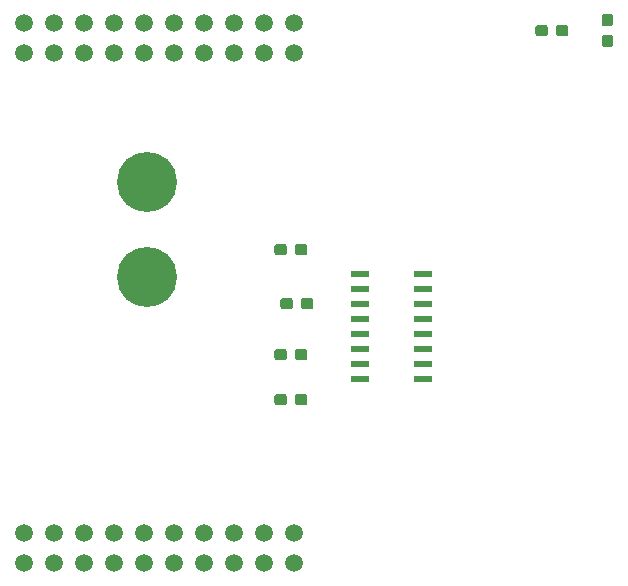
<source format=gbr>
G04 #@! TF.GenerationSoftware,KiCad,Pcbnew,(5.0.0)*
G04 #@! TF.CreationDate,2018-10-03T22:17:31-05:00*
G04 #@! TF.ProjectId,DriveBoard_Hardware,4472697665426F6172645F4861726477,rev?*
G04 #@! TF.SameCoordinates,Original*
G04 #@! TF.FileFunction,Paste,Top*
G04 #@! TF.FilePolarity,Positive*
%FSLAX46Y46*%
G04 Gerber Fmt 4.6, Leading zero omitted, Abs format (unit mm)*
G04 Created by KiCad (PCBNEW (5.0.0)) date 10/03/18 22:17:31*
%MOMM*%
%LPD*%
G01*
G04 APERTURE LIST*
%ADD10C,0.100000*%
%ADD11C,0.950000*%
%ADD12C,5.080000*%
%ADD13C,1.520000*%
%ADD14R,1.500000X0.600000*%
G04 APERTURE END LIST*
D10*
G04 #@! TO.C,C1*
G36*
X95955779Y-90966144D02*
X95978834Y-90969563D01*
X96001443Y-90975227D01*
X96023387Y-90983079D01*
X96044457Y-90993044D01*
X96064448Y-91005026D01*
X96083168Y-91018910D01*
X96100438Y-91034562D01*
X96116090Y-91051832D01*
X96129974Y-91070552D01*
X96141956Y-91090543D01*
X96151921Y-91111613D01*
X96159773Y-91133557D01*
X96165437Y-91156166D01*
X96168856Y-91179221D01*
X96170000Y-91202500D01*
X96170000Y-91677500D01*
X96168856Y-91700779D01*
X96165437Y-91723834D01*
X96159773Y-91746443D01*
X96151921Y-91768387D01*
X96141956Y-91789457D01*
X96129974Y-91809448D01*
X96116090Y-91828168D01*
X96100438Y-91845438D01*
X96083168Y-91861090D01*
X96064448Y-91874974D01*
X96044457Y-91886956D01*
X96023387Y-91896921D01*
X96001443Y-91904773D01*
X95978834Y-91910437D01*
X95955779Y-91913856D01*
X95932500Y-91915000D01*
X95357500Y-91915000D01*
X95334221Y-91913856D01*
X95311166Y-91910437D01*
X95288557Y-91904773D01*
X95266613Y-91896921D01*
X95245543Y-91886956D01*
X95225552Y-91874974D01*
X95206832Y-91861090D01*
X95189562Y-91845438D01*
X95173910Y-91828168D01*
X95160026Y-91809448D01*
X95148044Y-91789457D01*
X95138079Y-91768387D01*
X95130227Y-91746443D01*
X95124563Y-91723834D01*
X95121144Y-91700779D01*
X95120000Y-91677500D01*
X95120000Y-91202500D01*
X95121144Y-91179221D01*
X95124563Y-91156166D01*
X95130227Y-91133557D01*
X95138079Y-91111613D01*
X95148044Y-91090543D01*
X95160026Y-91070552D01*
X95173910Y-91051832D01*
X95189562Y-91034562D01*
X95206832Y-91018910D01*
X95225552Y-91005026D01*
X95245543Y-90993044D01*
X95266613Y-90983079D01*
X95288557Y-90975227D01*
X95311166Y-90969563D01*
X95334221Y-90966144D01*
X95357500Y-90965000D01*
X95932500Y-90965000D01*
X95955779Y-90966144D01*
X95955779Y-90966144D01*
G37*
D11*
X95645000Y-91440000D03*
D10*
G36*
X97705779Y-90966144D02*
X97728834Y-90969563D01*
X97751443Y-90975227D01*
X97773387Y-90983079D01*
X97794457Y-90993044D01*
X97814448Y-91005026D01*
X97833168Y-91018910D01*
X97850438Y-91034562D01*
X97866090Y-91051832D01*
X97879974Y-91070552D01*
X97891956Y-91090543D01*
X97901921Y-91111613D01*
X97909773Y-91133557D01*
X97915437Y-91156166D01*
X97918856Y-91179221D01*
X97920000Y-91202500D01*
X97920000Y-91677500D01*
X97918856Y-91700779D01*
X97915437Y-91723834D01*
X97909773Y-91746443D01*
X97901921Y-91768387D01*
X97891956Y-91789457D01*
X97879974Y-91809448D01*
X97866090Y-91828168D01*
X97850438Y-91845438D01*
X97833168Y-91861090D01*
X97814448Y-91874974D01*
X97794457Y-91886956D01*
X97773387Y-91896921D01*
X97751443Y-91904773D01*
X97728834Y-91910437D01*
X97705779Y-91913856D01*
X97682500Y-91915000D01*
X97107500Y-91915000D01*
X97084221Y-91913856D01*
X97061166Y-91910437D01*
X97038557Y-91904773D01*
X97016613Y-91896921D01*
X96995543Y-91886956D01*
X96975552Y-91874974D01*
X96956832Y-91861090D01*
X96939562Y-91845438D01*
X96923910Y-91828168D01*
X96910026Y-91809448D01*
X96898044Y-91789457D01*
X96888079Y-91768387D01*
X96880227Y-91746443D01*
X96874563Y-91723834D01*
X96871144Y-91700779D01*
X96870000Y-91677500D01*
X96870000Y-91202500D01*
X96871144Y-91179221D01*
X96874563Y-91156166D01*
X96880227Y-91133557D01*
X96888079Y-91111613D01*
X96898044Y-91090543D01*
X96910026Y-91070552D01*
X96923910Y-91051832D01*
X96939562Y-91034562D01*
X96956832Y-91018910D01*
X96975552Y-91005026D01*
X96995543Y-90993044D01*
X97016613Y-90983079D01*
X97038557Y-90975227D01*
X97061166Y-90969563D01*
X97084221Y-90966144D01*
X97107500Y-90965000D01*
X97682500Y-90965000D01*
X97705779Y-90966144D01*
X97705779Y-90966144D01*
G37*
D11*
X97395000Y-91440000D03*
G04 #@! TD*
D10*
G04 #@! TO.C,C2*
G36*
X97705779Y-103666144D02*
X97728834Y-103669563D01*
X97751443Y-103675227D01*
X97773387Y-103683079D01*
X97794457Y-103693044D01*
X97814448Y-103705026D01*
X97833168Y-103718910D01*
X97850438Y-103734562D01*
X97866090Y-103751832D01*
X97879974Y-103770552D01*
X97891956Y-103790543D01*
X97901921Y-103811613D01*
X97909773Y-103833557D01*
X97915437Y-103856166D01*
X97918856Y-103879221D01*
X97920000Y-103902500D01*
X97920000Y-104377500D01*
X97918856Y-104400779D01*
X97915437Y-104423834D01*
X97909773Y-104446443D01*
X97901921Y-104468387D01*
X97891956Y-104489457D01*
X97879974Y-104509448D01*
X97866090Y-104528168D01*
X97850438Y-104545438D01*
X97833168Y-104561090D01*
X97814448Y-104574974D01*
X97794457Y-104586956D01*
X97773387Y-104596921D01*
X97751443Y-104604773D01*
X97728834Y-104610437D01*
X97705779Y-104613856D01*
X97682500Y-104615000D01*
X97107500Y-104615000D01*
X97084221Y-104613856D01*
X97061166Y-104610437D01*
X97038557Y-104604773D01*
X97016613Y-104596921D01*
X96995543Y-104586956D01*
X96975552Y-104574974D01*
X96956832Y-104561090D01*
X96939562Y-104545438D01*
X96923910Y-104528168D01*
X96910026Y-104509448D01*
X96898044Y-104489457D01*
X96888079Y-104468387D01*
X96880227Y-104446443D01*
X96874563Y-104423834D01*
X96871144Y-104400779D01*
X96870000Y-104377500D01*
X96870000Y-103902500D01*
X96871144Y-103879221D01*
X96874563Y-103856166D01*
X96880227Y-103833557D01*
X96888079Y-103811613D01*
X96898044Y-103790543D01*
X96910026Y-103770552D01*
X96923910Y-103751832D01*
X96939562Y-103734562D01*
X96956832Y-103718910D01*
X96975552Y-103705026D01*
X96995543Y-103693044D01*
X97016613Y-103683079D01*
X97038557Y-103675227D01*
X97061166Y-103669563D01*
X97084221Y-103666144D01*
X97107500Y-103665000D01*
X97682500Y-103665000D01*
X97705779Y-103666144D01*
X97705779Y-103666144D01*
G37*
D11*
X97395000Y-104140000D03*
D10*
G36*
X95955779Y-103666144D02*
X95978834Y-103669563D01*
X96001443Y-103675227D01*
X96023387Y-103683079D01*
X96044457Y-103693044D01*
X96064448Y-103705026D01*
X96083168Y-103718910D01*
X96100438Y-103734562D01*
X96116090Y-103751832D01*
X96129974Y-103770552D01*
X96141956Y-103790543D01*
X96151921Y-103811613D01*
X96159773Y-103833557D01*
X96165437Y-103856166D01*
X96168856Y-103879221D01*
X96170000Y-103902500D01*
X96170000Y-104377500D01*
X96168856Y-104400779D01*
X96165437Y-104423834D01*
X96159773Y-104446443D01*
X96151921Y-104468387D01*
X96141956Y-104489457D01*
X96129974Y-104509448D01*
X96116090Y-104528168D01*
X96100438Y-104545438D01*
X96083168Y-104561090D01*
X96064448Y-104574974D01*
X96044457Y-104586956D01*
X96023387Y-104596921D01*
X96001443Y-104604773D01*
X95978834Y-104610437D01*
X95955779Y-104613856D01*
X95932500Y-104615000D01*
X95357500Y-104615000D01*
X95334221Y-104613856D01*
X95311166Y-104610437D01*
X95288557Y-104604773D01*
X95266613Y-104596921D01*
X95245543Y-104586956D01*
X95225552Y-104574974D01*
X95206832Y-104561090D01*
X95189562Y-104545438D01*
X95173910Y-104528168D01*
X95160026Y-104509448D01*
X95148044Y-104489457D01*
X95138079Y-104468387D01*
X95130227Y-104446443D01*
X95124563Y-104423834D01*
X95121144Y-104400779D01*
X95120000Y-104377500D01*
X95120000Y-103902500D01*
X95121144Y-103879221D01*
X95124563Y-103856166D01*
X95130227Y-103833557D01*
X95138079Y-103811613D01*
X95148044Y-103790543D01*
X95160026Y-103770552D01*
X95173910Y-103751832D01*
X95189562Y-103734562D01*
X95206832Y-103718910D01*
X95225552Y-103705026D01*
X95245543Y-103693044D01*
X95266613Y-103683079D01*
X95288557Y-103675227D01*
X95311166Y-103669563D01*
X95334221Y-103666144D01*
X95357500Y-103665000D01*
X95932500Y-103665000D01*
X95955779Y-103666144D01*
X95955779Y-103666144D01*
G37*
D11*
X95645000Y-104140000D03*
G04 #@! TD*
D10*
G04 #@! TO.C,C3*
G36*
X118053779Y-72424144D02*
X118076834Y-72427563D01*
X118099443Y-72433227D01*
X118121387Y-72441079D01*
X118142457Y-72451044D01*
X118162448Y-72463026D01*
X118181168Y-72476910D01*
X118198438Y-72492562D01*
X118214090Y-72509832D01*
X118227974Y-72528552D01*
X118239956Y-72548543D01*
X118249921Y-72569613D01*
X118257773Y-72591557D01*
X118263437Y-72614166D01*
X118266856Y-72637221D01*
X118268000Y-72660500D01*
X118268000Y-73135500D01*
X118266856Y-73158779D01*
X118263437Y-73181834D01*
X118257773Y-73204443D01*
X118249921Y-73226387D01*
X118239956Y-73247457D01*
X118227974Y-73267448D01*
X118214090Y-73286168D01*
X118198438Y-73303438D01*
X118181168Y-73319090D01*
X118162448Y-73332974D01*
X118142457Y-73344956D01*
X118121387Y-73354921D01*
X118099443Y-73362773D01*
X118076834Y-73368437D01*
X118053779Y-73371856D01*
X118030500Y-73373000D01*
X117455500Y-73373000D01*
X117432221Y-73371856D01*
X117409166Y-73368437D01*
X117386557Y-73362773D01*
X117364613Y-73354921D01*
X117343543Y-73344956D01*
X117323552Y-73332974D01*
X117304832Y-73319090D01*
X117287562Y-73303438D01*
X117271910Y-73286168D01*
X117258026Y-73267448D01*
X117246044Y-73247457D01*
X117236079Y-73226387D01*
X117228227Y-73204443D01*
X117222563Y-73181834D01*
X117219144Y-73158779D01*
X117218000Y-73135500D01*
X117218000Y-72660500D01*
X117219144Y-72637221D01*
X117222563Y-72614166D01*
X117228227Y-72591557D01*
X117236079Y-72569613D01*
X117246044Y-72548543D01*
X117258026Y-72528552D01*
X117271910Y-72509832D01*
X117287562Y-72492562D01*
X117304832Y-72476910D01*
X117323552Y-72463026D01*
X117343543Y-72451044D01*
X117364613Y-72441079D01*
X117386557Y-72433227D01*
X117409166Y-72427563D01*
X117432221Y-72424144D01*
X117455500Y-72423000D01*
X118030500Y-72423000D01*
X118053779Y-72424144D01*
X118053779Y-72424144D01*
G37*
D11*
X117743000Y-72898000D03*
D10*
G36*
X119803779Y-72424144D02*
X119826834Y-72427563D01*
X119849443Y-72433227D01*
X119871387Y-72441079D01*
X119892457Y-72451044D01*
X119912448Y-72463026D01*
X119931168Y-72476910D01*
X119948438Y-72492562D01*
X119964090Y-72509832D01*
X119977974Y-72528552D01*
X119989956Y-72548543D01*
X119999921Y-72569613D01*
X120007773Y-72591557D01*
X120013437Y-72614166D01*
X120016856Y-72637221D01*
X120018000Y-72660500D01*
X120018000Y-73135500D01*
X120016856Y-73158779D01*
X120013437Y-73181834D01*
X120007773Y-73204443D01*
X119999921Y-73226387D01*
X119989956Y-73247457D01*
X119977974Y-73267448D01*
X119964090Y-73286168D01*
X119948438Y-73303438D01*
X119931168Y-73319090D01*
X119912448Y-73332974D01*
X119892457Y-73344956D01*
X119871387Y-73354921D01*
X119849443Y-73362773D01*
X119826834Y-73368437D01*
X119803779Y-73371856D01*
X119780500Y-73373000D01*
X119205500Y-73373000D01*
X119182221Y-73371856D01*
X119159166Y-73368437D01*
X119136557Y-73362773D01*
X119114613Y-73354921D01*
X119093543Y-73344956D01*
X119073552Y-73332974D01*
X119054832Y-73319090D01*
X119037562Y-73303438D01*
X119021910Y-73286168D01*
X119008026Y-73267448D01*
X118996044Y-73247457D01*
X118986079Y-73226387D01*
X118978227Y-73204443D01*
X118972563Y-73181834D01*
X118969144Y-73158779D01*
X118968000Y-73135500D01*
X118968000Y-72660500D01*
X118969144Y-72637221D01*
X118972563Y-72614166D01*
X118978227Y-72591557D01*
X118986079Y-72569613D01*
X118996044Y-72548543D01*
X119008026Y-72528552D01*
X119021910Y-72509832D01*
X119037562Y-72492562D01*
X119054832Y-72476910D01*
X119073552Y-72463026D01*
X119093543Y-72451044D01*
X119114613Y-72441079D01*
X119136557Y-72433227D01*
X119159166Y-72427563D01*
X119182221Y-72424144D01*
X119205500Y-72423000D01*
X119780500Y-72423000D01*
X119803779Y-72424144D01*
X119803779Y-72424144D01*
G37*
D11*
X119493000Y-72898000D03*
G04 #@! TD*
D10*
G04 #@! TO.C,C4*
G36*
X96463779Y-95538144D02*
X96486834Y-95541563D01*
X96509443Y-95547227D01*
X96531387Y-95555079D01*
X96552457Y-95565044D01*
X96572448Y-95577026D01*
X96591168Y-95590910D01*
X96608438Y-95606562D01*
X96624090Y-95623832D01*
X96637974Y-95642552D01*
X96649956Y-95662543D01*
X96659921Y-95683613D01*
X96667773Y-95705557D01*
X96673437Y-95728166D01*
X96676856Y-95751221D01*
X96678000Y-95774500D01*
X96678000Y-96249500D01*
X96676856Y-96272779D01*
X96673437Y-96295834D01*
X96667773Y-96318443D01*
X96659921Y-96340387D01*
X96649956Y-96361457D01*
X96637974Y-96381448D01*
X96624090Y-96400168D01*
X96608438Y-96417438D01*
X96591168Y-96433090D01*
X96572448Y-96446974D01*
X96552457Y-96458956D01*
X96531387Y-96468921D01*
X96509443Y-96476773D01*
X96486834Y-96482437D01*
X96463779Y-96485856D01*
X96440500Y-96487000D01*
X95865500Y-96487000D01*
X95842221Y-96485856D01*
X95819166Y-96482437D01*
X95796557Y-96476773D01*
X95774613Y-96468921D01*
X95753543Y-96458956D01*
X95733552Y-96446974D01*
X95714832Y-96433090D01*
X95697562Y-96417438D01*
X95681910Y-96400168D01*
X95668026Y-96381448D01*
X95656044Y-96361457D01*
X95646079Y-96340387D01*
X95638227Y-96318443D01*
X95632563Y-96295834D01*
X95629144Y-96272779D01*
X95628000Y-96249500D01*
X95628000Y-95774500D01*
X95629144Y-95751221D01*
X95632563Y-95728166D01*
X95638227Y-95705557D01*
X95646079Y-95683613D01*
X95656044Y-95662543D01*
X95668026Y-95642552D01*
X95681910Y-95623832D01*
X95697562Y-95606562D01*
X95714832Y-95590910D01*
X95733552Y-95577026D01*
X95753543Y-95565044D01*
X95774613Y-95555079D01*
X95796557Y-95547227D01*
X95819166Y-95541563D01*
X95842221Y-95538144D01*
X95865500Y-95537000D01*
X96440500Y-95537000D01*
X96463779Y-95538144D01*
X96463779Y-95538144D01*
G37*
D11*
X96153000Y-96012000D03*
D10*
G36*
X98213779Y-95538144D02*
X98236834Y-95541563D01*
X98259443Y-95547227D01*
X98281387Y-95555079D01*
X98302457Y-95565044D01*
X98322448Y-95577026D01*
X98341168Y-95590910D01*
X98358438Y-95606562D01*
X98374090Y-95623832D01*
X98387974Y-95642552D01*
X98399956Y-95662543D01*
X98409921Y-95683613D01*
X98417773Y-95705557D01*
X98423437Y-95728166D01*
X98426856Y-95751221D01*
X98428000Y-95774500D01*
X98428000Y-96249500D01*
X98426856Y-96272779D01*
X98423437Y-96295834D01*
X98417773Y-96318443D01*
X98409921Y-96340387D01*
X98399956Y-96361457D01*
X98387974Y-96381448D01*
X98374090Y-96400168D01*
X98358438Y-96417438D01*
X98341168Y-96433090D01*
X98322448Y-96446974D01*
X98302457Y-96458956D01*
X98281387Y-96468921D01*
X98259443Y-96476773D01*
X98236834Y-96482437D01*
X98213779Y-96485856D01*
X98190500Y-96487000D01*
X97615500Y-96487000D01*
X97592221Y-96485856D01*
X97569166Y-96482437D01*
X97546557Y-96476773D01*
X97524613Y-96468921D01*
X97503543Y-96458956D01*
X97483552Y-96446974D01*
X97464832Y-96433090D01*
X97447562Y-96417438D01*
X97431910Y-96400168D01*
X97418026Y-96381448D01*
X97406044Y-96361457D01*
X97396079Y-96340387D01*
X97388227Y-96318443D01*
X97382563Y-96295834D01*
X97379144Y-96272779D01*
X97378000Y-96249500D01*
X97378000Y-95774500D01*
X97379144Y-95751221D01*
X97382563Y-95728166D01*
X97388227Y-95705557D01*
X97396079Y-95683613D01*
X97406044Y-95662543D01*
X97418026Y-95642552D01*
X97431910Y-95623832D01*
X97447562Y-95606562D01*
X97464832Y-95590910D01*
X97483552Y-95577026D01*
X97503543Y-95565044D01*
X97524613Y-95555079D01*
X97546557Y-95547227D01*
X97569166Y-95541563D01*
X97592221Y-95538144D01*
X97615500Y-95537000D01*
X98190500Y-95537000D01*
X98213779Y-95538144D01*
X98213779Y-95538144D01*
G37*
D11*
X97903000Y-96012000D03*
G04 #@! TD*
D10*
G04 #@! TO.C,C5*
G36*
X97705779Y-99856144D02*
X97728834Y-99859563D01*
X97751443Y-99865227D01*
X97773387Y-99873079D01*
X97794457Y-99883044D01*
X97814448Y-99895026D01*
X97833168Y-99908910D01*
X97850438Y-99924562D01*
X97866090Y-99941832D01*
X97879974Y-99960552D01*
X97891956Y-99980543D01*
X97901921Y-100001613D01*
X97909773Y-100023557D01*
X97915437Y-100046166D01*
X97918856Y-100069221D01*
X97920000Y-100092500D01*
X97920000Y-100567500D01*
X97918856Y-100590779D01*
X97915437Y-100613834D01*
X97909773Y-100636443D01*
X97901921Y-100658387D01*
X97891956Y-100679457D01*
X97879974Y-100699448D01*
X97866090Y-100718168D01*
X97850438Y-100735438D01*
X97833168Y-100751090D01*
X97814448Y-100764974D01*
X97794457Y-100776956D01*
X97773387Y-100786921D01*
X97751443Y-100794773D01*
X97728834Y-100800437D01*
X97705779Y-100803856D01*
X97682500Y-100805000D01*
X97107500Y-100805000D01*
X97084221Y-100803856D01*
X97061166Y-100800437D01*
X97038557Y-100794773D01*
X97016613Y-100786921D01*
X96995543Y-100776956D01*
X96975552Y-100764974D01*
X96956832Y-100751090D01*
X96939562Y-100735438D01*
X96923910Y-100718168D01*
X96910026Y-100699448D01*
X96898044Y-100679457D01*
X96888079Y-100658387D01*
X96880227Y-100636443D01*
X96874563Y-100613834D01*
X96871144Y-100590779D01*
X96870000Y-100567500D01*
X96870000Y-100092500D01*
X96871144Y-100069221D01*
X96874563Y-100046166D01*
X96880227Y-100023557D01*
X96888079Y-100001613D01*
X96898044Y-99980543D01*
X96910026Y-99960552D01*
X96923910Y-99941832D01*
X96939562Y-99924562D01*
X96956832Y-99908910D01*
X96975552Y-99895026D01*
X96995543Y-99883044D01*
X97016613Y-99873079D01*
X97038557Y-99865227D01*
X97061166Y-99859563D01*
X97084221Y-99856144D01*
X97107500Y-99855000D01*
X97682500Y-99855000D01*
X97705779Y-99856144D01*
X97705779Y-99856144D01*
G37*
D11*
X97395000Y-100330000D03*
D10*
G36*
X95955779Y-99856144D02*
X95978834Y-99859563D01*
X96001443Y-99865227D01*
X96023387Y-99873079D01*
X96044457Y-99883044D01*
X96064448Y-99895026D01*
X96083168Y-99908910D01*
X96100438Y-99924562D01*
X96116090Y-99941832D01*
X96129974Y-99960552D01*
X96141956Y-99980543D01*
X96151921Y-100001613D01*
X96159773Y-100023557D01*
X96165437Y-100046166D01*
X96168856Y-100069221D01*
X96170000Y-100092500D01*
X96170000Y-100567500D01*
X96168856Y-100590779D01*
X96165437Y-100613834D01*
X96159773Y-100636443D01*
X96151921Y-100658387D01*
X96141956Y-100679457D01*
X96129974Y-100699448D01*
X96116090Y-100718168D01*
X96100438Y-100735438D01*
X96083168Y-100751090D01*
X96064448Y-100764974D01*
X96044457Y-100776956D01*
X96023387Y-100786921D01*
X96001443Y-100794773D01*
X95978834Y-100800437D01*
X95955779Y-100803856D01*
X95932500Y-100805000D01*
X95357500Y-100805000D01*
X95334221Y-100803856D01*
X95311166Y-100800437D01*
X95288557Y-100794773D01*
X95266613Y-100786921D01*
X95245543Y-100776956D01*
X95225552Y-100764974D01*
X95206832Y-100751090D01*
X95189562Y-100735438D01*
X95173910Y-100718168D01*
X95160026Y-100699448D01*
X95148044Y-100679457D01*
X95138079Y-100658387D01*
X95130227Y-100636443D01*
X95124563Y-100613834D01*
X95121144Y-100590779D01*
X95120000Y-100567500D01*
X95120000Y-100092500D01*
X95121144Y-100069221D01*
X95124563Y-100046166D01*
X95130227Y-100023557D01*
X95138079Y-100001613D01*
X95148044Y-99980543D01*
X95160026Y-99960552D01*
X95173910Y-99941832D01*
X95189562Y-99924562D01*
X95206832Y-99908910D01*
X95225552Y-99895026D01*
X95245543Y-99883044D01*
X95266613Y-99873079D01*
X95288557Y-99865227D01*
X95311166Y-99859563D01*
X95334221Y-99856144D01*
X95357500Y-99855000D01*
X95932500Y-99855000D01*
X95955779Y-99856144D01*
X95955779Y-99856144D01*
G37*
D11*
X95645000Y-100330000D03*
G04 #@! TD*
D10*
G04 #@! TO.C,C6*
G36*
X123577779Y-71499144D02*
X123600834Y-71502563D01*
X123623443Y-71508227D01*
X123645387Y-71516079D01*
X123666457Y-71526044D01*
X123686448Y-71538026D01*
X123705168Y-71551910D01*
X123722438Y-71567562D01*
X123738090Y-71584832D01*
X123751974Y-71603552D01*
X123763956Y-71623543D01*
X123773921Y-71644613D01*
X123781773Y-71666557D01*
X123787437Y-71689166D01*
X123790856Y-71712221D01*
X123792000Y-71735500D01*
X123792000Y-72310500D01*
X123790856Y-72333779D01*
X123787437Y-72356834D01*
X123781773Y-72379443D01*
X123773921Y-72401387D01*
X123763956Y-72422457D01*
X123751974Y-72442448D01*
X123738090Y-72461168D01*
X123722438Y-72478438D01*
X123705168Y-72494090D01*
X123686448Y-72507974D01*
X123666457Y-72519956D01*
X123645387Y-72529921D01*
X123623443Y-72537773D01*
X123600834Y-72543437D01*
X123577779Y-72546856D01*
X123554500Y-72548000D01*
X123079500Y-72548000D01*
X123056221Y-72546856D01*
X123033166Y-72543437D01*
X123010557Y-72537773D01*
X122988613Y-72529921D01*
X122967543Y-72519956D01*
X122947552Y-72507974D01*
X122928832Y-72494090D01*
X122911562Y-72478438D01*
X122895910Y-72461168D01*
X122882026Y-72442448D01*
X122870044Y-72422457D01*
X122860079Y-72401387D01*
X122852227Y-72379443D01*
X122846563Y-72356834D01*
X122843144Y-72333779D01*
X122842000Y-72310500D01*
X122842000Y-71735500D01*
X122843144Y-71712221D01*
X122846563Y-71689166D01*
X122852227Y-71666557D01*
X122860079Y-71644613D01*
X122870044Y-71623543D01*
X122882026Y-71603552D01*
X122895910Y-71584832D01*
X122911562Y-71567562D01*
X122928832Y-71551910D01*
X122947552Y-71538026D01*
X122967543Y-71526044D01*
X122988613Y-71516079D01*
X123010557Y-71508227D01*
X123033166Y-71502563D01*
X123056221Y-71499144D01*
X123079500Y-71498000D01*
X123554500Y-71498000D01*
X123577779Y-71499144D01*
X123577779Y-71499144D01*
G37*
D11*
X123317000Y-72023000D03*
D10*
G36*
X123577779Y-73249144D02*
X123600834Y-73252563D01*
X123623443Y-73258227D01*
X123645387Y-73266079D01*
X123666457Y-73276044D01*
X123686448Y-73288026D01*
X123705168Y-73301910D01*
X123722438Y-73317562D01*
X123738090Y-73334832D01*
X123751974Y-73353552D01*
X123763956Y-73373543D01*
X123773921Y-73394613D01*
X123781773Y-73416557D01*
X123787437Y-73439166D01*
X123790856Y-73462221D01*
X123792000Y-73485500D01*
X123792000Y-74060500D01*
X123790856Y-74083779D01*
X123787437Y-74106834D01*
X123781773Y-74129443D01*
X123773921Y-74151387D01*
X123763956Y-74172457D01*
X123751974Y-74192448D01*
X123738090Y-74211168D01*
X123722438Y-74228438D01*
X123705168Y-74244090D01*
X123686448Y-74257974D01*
X123666457Y-74269956D01*
X123645387Y-74279921D01*
X123623443Y-74287773D01*
X123600834Y-74293437D01*
X123577779Y-74296856D01*
X123554500Y-74298000D01*
X123079500Y-74298000D01*
X123056221Y-74296856D01*
X123033166Y-74293437D01*
X123010557Y-74287773D01*
X122988613Y-74279921D01*
X122967543Y-74269956D01*
X122947552Y-74257974D01*
X122928832Y-74244090D01*
X122911562Y-74228438D01*
X122895910Y-74211168D01*
X122882026Y-74192448D01*
X122870044Y-74172457D01*
X122860079Y-74151387D01*
X122852227Y-74129443D01*
X122846563Y-74106834D01*
X122843144Y-74083779D01*
X122842000Y-74060500D01*
X122842000Y-73485500D01*
X122843144Y-73462221D01*
X122846563Y-73439166D01*
X122852227Y-73416557D01*
X122860079Y-73394613D01*
X122870044Y-73373543D01*
X122882026Y-73353552D01*
X122895910Y-73334832D01*
X122911562Y-73317562D01*
X122928832Y-73301910D01*
X122947552Y-73288026D01*
X122967543Y-73276044D01*
X122988613Y-73266079D01*
X123010557Y-73258227D01*
X123033166Y-73252563D01*
X123056221Y-73249144D01*
X123079500Y-73248000D01*
X123554500Y-73248000D01*
X123577779Y-73249144D01*
X123577779Y-73249144D01*
G37*
D11*
X123317000Y-73773000D03*
G04 #@! TD*
D12*
G04 #@! TO.C,Conn1*
X84353400Y-93727000D03*
X84353400Y-85726000D03*
G04 #@! TD*
D13*
G04 #@! TO.C,U1*
X73914000Y-117983000D03*
X96774000Y-72263000D03*
X94234000Y-72263000D03*
X86614000Y-72263000D03*
X84074000Y-115443000D03*
X89154000Y-72263000D03*
X91694000Y-72263000D03*
X89154000Y-117983000D03*
X94234000Y-115443000D03*
X84074000Y-72263000D03*
X81534000Y-72263000D03*
X94234000Y-117983000D03*
X89154000Y-115443000D03*
X86614000Y-115443000D03*
X73914000Y-115443000D03*
X76454000Y-115443000D03*
X78994000Y-115443000D03*
X81534000Y-115443000D03*
X91694000Y-115443000D03*
X96774000Y-115443000D03*
X76454000Y-117983000D03*
X78994000Y-117983000D03*
X81534000Y-117983000D03*
X84074000Y-117983000D03*
X86614000Y-117983000D03*
X91694000Y-117983000D03*
X96774000Y-117983000D03*
X73914000Y-74803000D03*
X76454000Y-74803000D03*
X78994000Y-74803000D03*
X81534000Y-74803000D03*
X84074000Y-74803000D03*
X86614000Y-74803000D03*
X89154000Y-74803000D03*
X91694000Y-74803000D03*
X94234000Y-74803000D03*
X96774000Y-74803000D03*
X73914000Y-72263000D03*
X76454000Y-72263000D03*
X78994000Y-72263000D03*
G04 #@! TD*
D14*
G04 #@! TO.C,U2*
X102329000Y-93472000D03*
X102329000Y-94742000D03*
X102329000Y-96012000D03*
X102329000Y-97282000D03*
X102329000Y-98552000D03*
X102329000Y-99822000D03*
X102329000Y-101092000D03*
X102329000Y-102362000D03*
X107729000Y-102362000D03*
X107729000Y-101092000D03*
X107729000Y-99822000D03*
X107729000Y-98552000D03*
X107729000Y-97282000D03*
X107729000Y-96012000D03*
X107729000Y-94742000D03*
X107729000Y-93472000D03*
G04 #@! TD*
M02*

</source>
